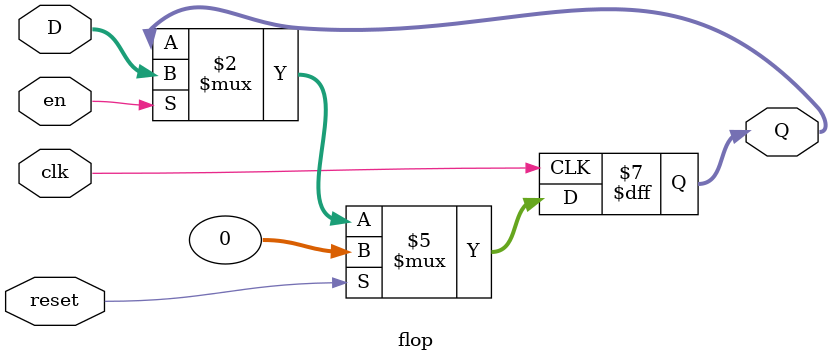
<source format=v>
`timescale 1ns / 1ps


module flop #(parameter WIDTH = 32)
             (input clk, en, reset,
              input [WIDTH-1:0] D,
              output reg [WIDTH-1:0] Q);
    
    always @(posedge clk) begin
        if (reset) Q <= 0;
        else if (en) Q <= D;
    end
    
   
endmodule

</source>
